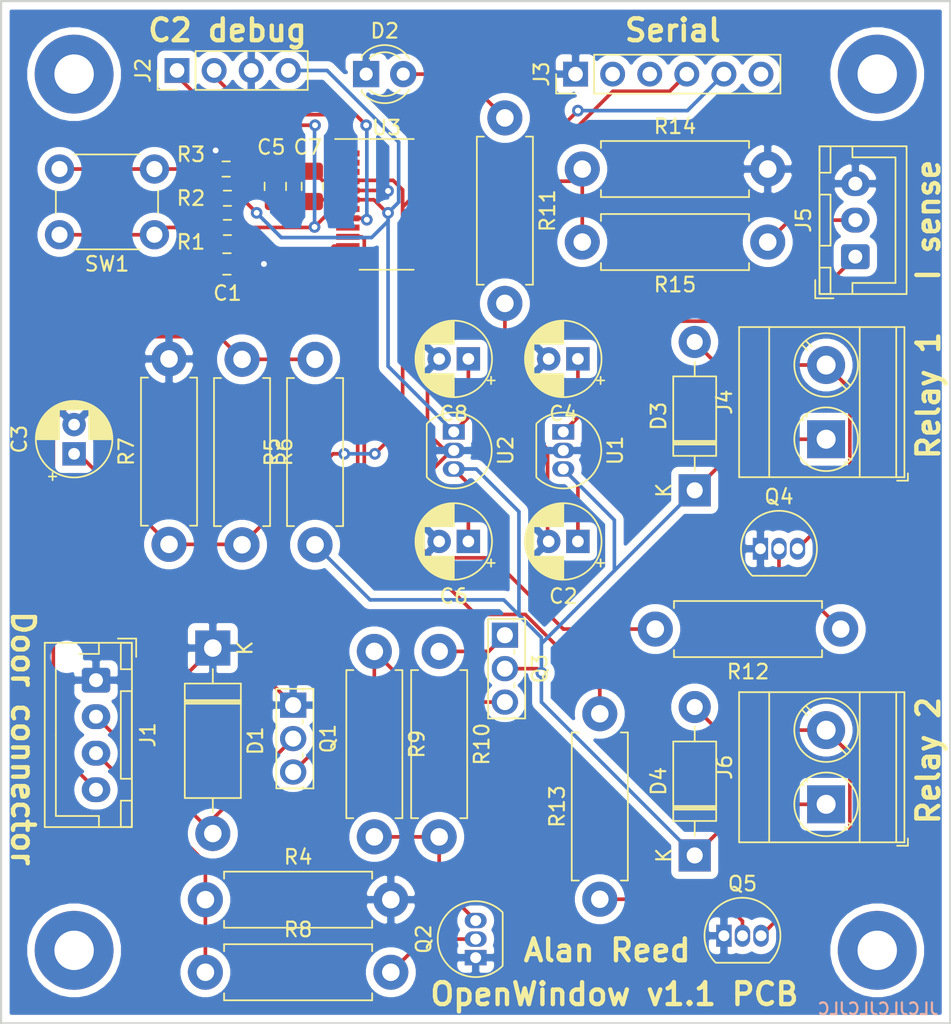
<source format=kicad_pcb>
(kicad_pcb (version 20171130) (host pcbnew 5.1.9)
  (layers (0 F.Cu signal) (31 B.Cu signal) (34 B.Paste user) (35 F.Paste user) (36 B.SilkS user) (37 F.SilkS user) (38 B.Mask user) (39 F.Mask user) (44 Edge.Cuts user))
  (net 0 "")
  (net 1 "Net-(C1-Pad1)")
  (net 2 GND)
  (net 3 +12V_switched)
  (net 4 CMP0_in)
  (net 5 +5V)
  (net 6 +3V3)
  (net 7 +12V)
  (net 8 "Net-(D2-Pad2)")
  (net 9 "Net-(D3-Pad2)")
  (net 10 "Net-(D4-Pad2)")
  (net 11 Ignition_in)
  (net 12 WindowSwitch_in)
  (net 13 C2CK)
  (net 14 C2D)
  (net 15 "Net-(J3-Pad2)")
  (net 16 "Net-(J3-Pad3)")
  (net 17 UART1_RX)
  (net 18 UART1_TX)
  (net 19 "Net-(J3-Pad6)")
  (net 20 "Net-(J5-Pad2)")
  (net 21 "Net-(Q1-Pad3)")
  (net 22 "Net-(Q2-Pad3)")
  (net 23 "Net-(Q2-Pad2)")
  (net 24 "Net-(Q3-Pad1)")
  (net 25 "Net-(Q4-Pad2)")
  (net 26 "Net-(Q5-Pad2)")
  (net 27 "Net-(R3-Pad2)")
  (net 28 Motor_GPIO_2)
  (net 29 Motor_GPIO_1)
  (net 30 ADC_in)
  (net 31 "Net-(U3-Pad17)")
  (net 32 "Net-(U3-Pad18)")
  (net 33 "Net-(U3-Pad20)")
  (net 34 "Net-(U3-Pad1)")
  (net 35 "Net-(U3-Pad2)")
  (net 36 "Net-(U3-Pad3)")
  (net 37 "Net-(U3-Pad9)")
  (net 38 "Net-(U3-Pad12)")
  (net 39 "Net-(U3-Pad13)")
  (net 40 "Net-(U3-Pad14)")
  (net 41 "Net-(U3-Pad15)")
  (net 42 "Net-(U3-Pad16)")
  (net 43 "Net-(U3-Pad22)")
  (module Connector_PinHeader_2.54mm:PinHeader_1x04_P2.54mm_Vertical (layer F.Cu) (at 62.05 34.75 90)
    (fp_text reference J2 (at 0 -2.33 90) (layer F.SilkS))
    (fp_text value "C2 debug")
    (pad 1 thru_hole rect (at 0 0 90) (size 1.7 1.7) (drill 1) (layers *.Cu *.Mask) (net 13 C2CK))
    (pad 2 thru_hole oval (at 0 2.54 90) (size 1.7 1.7) (drill 1) (layers *.Cu *.Mask) (net 14 C2D))
    (pad 3 thru_hole oval (at 0 5.08 90) (size 1.7 1.7) (drill 1) (layers *.Cu *.Mask) (net 2 GND))
    (pad 4 thru_hole oval (at 0 7.62 90) (size 1.7 1.7) (drill 1) (layers *.Cu *.Mask) (net 6 +3V3))
  )
  (module MountingHole:MountingHole_2.7mm_M2.5_Pad (layer F.Cu) (at 110 95)
    (fp_text reference REF** hide)
    (fp_text value MountingHole_2.7mm_M2.5_Pad)
    (pad 1 thru_hole circle (at 0 0) (size 5.4 5.4) (drill 2.7) (layers *.Cu *.Mask))
  )
  (module MountingHole:MountingHole_2.7mm_M2.5_Pad (layer F.Cu) (at 55 95)
    (fp_text reference REF** hide)
    (fp_text value MountingHole_2.7mm_M2.5_Pad)
    (pad 1 thru_hole circle (at 0 0) (size 5.4 5.4) (drill 2.7) (layers *.Cu *.Mask))
  )
  (module MountingHole:MountingHole_2.7mm_M2.5_Pad (layer F.Cu) (at 55 35)
    (fp_text reference REF** hide)
    (fp_text value MountingHole_2.7mm_M2.5_Pad)
    (pad 1 thru_hole circle (at 0 0) (size 5.4 5.4) (drill 2.7) (layers *.Cu *.Mask))
  )
  (module MountingHole:MountingHole_2.7mm_M2.5_Pad (layer F.Cu) (at 110 35)
    (fp_text reference REF** hide)
    (fp_text value MountingHole_2.7mm_M2.5_Pad)
    (pad 1 thru_hole circle (at 0 0) (size 5.4 5.4) (drill 2.7) (layers *.Cu *.Mask))
  )
  (module TerminalBlock_Phoenix:TerminalBlock_Phoenix_MKDS-3-2-5.08_1x02_P5.08mm_Horizontal (layer F.Cu) (at 106.5 60 90)
    (fp_text reference J4 (at 2.54 -6.96 90) (layer F.SilkS))
    (fp_text value "Relay Connector 2")
    (pad 1 thru_hole rect (at 0 0 90) (size 2.6 2.6) (drill 1.3) (layers *.Cu *.Mask) (net 3 +12V_switched))
    (pad 2 thru_hole circle (at 5.08 0 90) (size 2.6 2.6) (drill 1.3) (layers *.Cu *.Mask) (net 9 "Net-(D3-Pad2)"))
  )
  (module Capacitor_SMD:C_0805_2012Metric_Pad1.18x1.45mm_HandSolder (layer F.Cu) (at 71.32 42.6875 90)
    (fp_text reference C7 (at 2.6875 -0.32 180) (layer F.SilkS))
    (fp_text value 4.7u)
    (pad 1 smd roundrect (at -1.0375 0 90) (size 1.175 1.45) (layers F.Cu F.Paste F.Mask) (roundrect_rratio 0.2127659574468085) (net 6 +3V3))
    (pad 2 smd roundrect (at 1.0375 0 90) (size 1.175 1.45) (layers F.Cu F.Paste F.Mask) (roundrect_rratio 0.2127659574468085) (net 2 GND))
  )
  (module Package_SO:QSOP-24_3.9x8.7mm_P0.635mm (layer F.Cu) (at 76.4 43.92)
    (fp_text reference U3 (at 0 -5.25) (layer F.SilkS))
    (fp_text value EFM8BB21F16I-C-QSOP24)
    (pad 17 smd rect (at 2.6543 0.9525) (size 1.6 0.41) (layers F.Cu F.Paste F.Mask) (net 31 "Net-(U3-Pad17)"))
    (pad 18 smd rect (at 2.6543 0.3175) (size 1.6 0.41) (layers F.Cu F.Paste F.Mask) (net 32 "Net-(U3-Pad18)"))
    (pad 8 smd rect (at -2.6543 0.9525) (size 1.6 0.41) (layers F.Cu F.Paste F.Mask) (net 14 C2D))
    (pad 7 smd rect (at -2.6543 0.3175) (size 1.6 0.41) (layers F.Cu F.Paste F.Mask) (net 13 C2CK))
    (pad 20 smd rect (at 2.6543 -0.9525) (size 1.6 0.41) (layers F.Cu F.Paste F.Mask) (net 33 "Net-(U3-Pad20)"))
    (pad 19 smd rect (at 2.6543 -0.3175) (size 1.6 0.41) (layers F.Cu F.Paste F.Mask) (net 4 CMP0_in))
    (pad 6 smd rect (at -2.6543 -0.3175) (size 1.6 0.41) (layers F.Cu F.Paste F.Mask) (net 6 +3V3))
    (pad 5 smd rect (at -2.6543 -0.9525) (size 1.6 0.41) (layers F.Cu F.Paste F.Mask) (net 2 GND))
    (pad 1 smd rect (at -2.6543 -3.4925) (size 1.6 0.41) (layers F.Cu F.Paste F.Mask) (net 34 "Net-(U3-Pad1)"))
    (pad 2 smd rect (at -2.6543 -2.8575) (size 1.6 0.41) (layers F.Cu F.Paste F.Mask) (net 35 "Net-(U3-Pad2)"))
    (pad 3 smd rect (at -2.6543 -2.2225) (size 1.6 0.41) (layers F.Cu F.Paste F.Mask) (net 36 "Net-(U3-Pad3)"))
    (pad 4 smd rect (at -2.6543 -1.5875) (size 1.6 0.41) (layers F.Cu F.Paste F.Mask) (net 4 CMP0_in))
    (pad 9 smd rect (at -2.6543 1.5875) (size 1.6 0.41) (layers F.Cu F.Paste F.Mask) (net 37 "Net-(U3-Pad9)"))
    (pad 10 smd rect (at -2.6543 2.2225) (size 1.6 0.41) (layers F.Cu F.Paste F.Mask) (net 29 Motor_GPIO_1))
    (pad 11 smd rect (at -2.6543 2.8575) (size 1.6 0.41) (layers F.Cu F.Paste F.Mask) (net 28 Motor_GPIO_2))
    (pad 12 smd rect (at -2.6543 3.4925) (size 1.6 0.41) (layers F.Cu F.Paste F.Mask) (net 38 "Net-(U3-Pad12)"))
    (pad 13 smd rect (at 2.6543 3.4925) (size 1.6 0.41) (layers F.Cu F.Paste F.Mask) (net 39 "Net-(U3-Pad13)"))
    (pad 14 smd rect (at 2.6543 2.8575) (size 1.6 0.41) (layers F.Cu F.Paste F.Mask) (net 40 "Net-(U3-Pad14)"))
    (pad 15 smd rect (at 2.6543 2.2225) (size 1.6 0.41) (layers F.Cu F.Paste F.Mask) (net 41 "Net-(U3-Pad15)"))
    (pad 16 smd rect (at 2.6543 1.5875) (size 1.6 0.41) (layers F.Cu F.Paste F.Mask) (net 42 "Net-(U3-Pad16)"))
    (pad 21 smd rect (at 2.6543 -1.5875) (size 1.6 0.41) (layers F.Cu F.Paste F.Mask) (net 30 ADC_in))
    (pad 22 smd rect (at 2.6543 -2.2225) (size 1.6 0.41) (layers F.Cu F.Paste F.Mask) (net 43 "Net-(U3-Pad22)"))
    (pad 23 smd rect (at 2.6543 -2.8575) (size 1.6 0.41) (layers F.Cu F.Paste F.Mask) (net 17 UART1_RX))
    (pad 24 smd rect (at 2.6543 -3.4925) (size 1.6 0.41) (layers F.Cu F.Paste F.Mask) (net 18 UART1_TX))
  )
  (module Package_TO_SOT_THT:TO-92_Inline (layer F.Cu) (at 88.5 59.5 270)
    (fp_text reference U1 (at 1.27 -3.56 90) (layer F.SilkS))
    (fp_text value LP2950-5.0_TO92)
    (pad 2 thru_hole oval (at 1.27 0 270) (size 1.05 1.5) (drill 0.75) (layers *.Cu *.Mask) (net 2 GND))
    (pad 3 thru_hole oval (at 2.54 0 270) (size 1.05 1.5) (drill 0.75) (layers *.Cu *.Mask) (net 3 +12V_switched))
    (pad 1 thru_hole rect (at 0 0 270) (size 1.05 1.5) (drill 0.75) (layers *.Cu *.Mask) (net 5 +5V))
  )
  (module Capacitor_SMD:C_0805_2012Metric_Pad1.18x1.45mm_HandSolder (layer F.Cu) (at 65.4625 48)
    (fp_text reference C1 (at 0.0375 2) (layer F.SilkS))
    (fp_text value 100n)
    (pad 1 smd roundrect (at -1.0375 0) (size 1.175 1.45) (layers F.Cu F.Paste F.Mask) (roundrect_rratio 0.2127659574468085) (net 1 "Net-(C1-Pad1)"))
    (pad 2 smd roundrect (at 1.0375 0) (size 1.175 1.45) (layers F.Cu F.Paste F.Mask) (roundrect_rratio 0.2127659574468085) (net 2 GND))
  )
  (module Capacitor_THT:CP_Radial_D5.0mm_P2.00mm (layer F.Cu) (at 89.5 67 180)
    (fp_text reference C2 (at 1 -3.75) (layer F.SilkS))
    (fp_text value 1uF)
    (pad 1 thru_hole rect (at 0 0 180) (size 1.6 1.6) (drill 0.8) (layers *.Cu *.Mask) (net 3 +12V_switched))
    (pad 2 thru_hole circle (at 2 0 180) (size 1.6 1.6) (drill 0.8) (layers *.Cu *.Mask) (net 2 GND))
  )
  (module Capacitor_THT:CP_Radial_D5.0mm_P2.00mm (layer F.Cu) (at 55 61 90)
    (fp_text reference C3 (at 1 -3.75 90) (layer F.SilkS))
    (fp_text value 1uF)
    (pad 1 thru_hole rect (at 0 0 90) (size 1.6 1.6) (drill 0.8) (layers *.Cu *.Mask) (net 4 CMP0_in))
    (pad 2 thru_hole circle (at 2 0 90) (size 1.6 1.6) (drill 0.8) (layers *.Cu *.Mask) (net 2 GND))
  )
  (module Capacitor_THT:CP_Radial_D5.0mm_P2.00mm (layer F.Cu) (at 89.5 54.5 180)
    (fp_text reference C4 (at 1 -3.75) (layer F.SilkS))
    (fp_text value 2.2uF)
    (pad 2 thru_hole circle (at 2 0 180) (size 1.6 1.6) (drill 0.8) (layers *.Cu *.Mask) (net 2 GND))
    (pad 1 thru_hole rect (at 0 0 180) (size 1.6 1.6) (drill 0.8) (layers *.Cu *.Mask) (net 5 +5V))
  )
  (module Capacitor_SMD:C_0805_2012Metric_Pad1.18x1.45mm_HandSolder (layer F.Cu) (at 68.78 42.6875 90)
    (fp_text reference C5 (at 2.6875 -0.28 180) (layer F.SilkS))
    (fp_text value 100n)
    (pad 2 smd roundrect (at 1.0375 0 90) (size 1.175 1.45) (layers F.Cu F.Paste F.Mask) (roundrect_rratio 0.2127659574468085) (net 2 GND))
    (pad 1 smd roundrect (at -1.0375 0 90) (size 1.175 1.45) (layers F.Cu F.Paste F.Mask) (roundrect_rratio 0.2127659574468085) (net 6 +3V3))
  )
  (module Capacitor_THT:CP_Radial_D5.0mm_P2.00mm (layer F.Cu) (at 82 67 180)
    (fp_text reference C6 (at 1 -3.75) (layer F.SilkS))
    (fp_text value 1uF)
    (pad 1 thru_hole rect (at 0 0 180) (size 1.6 1.6) (drill 0.8) (layers *.Cu *.Mask) (net 3 +12V_switched))
    (pad 2 thru_hole circle (at 2 0 180) (size 1.6 1.6) (drill 0.8) (layers *.Cu *.Mask) (net 2 GND))
  )
  (module Capacitor_THT:CP_Radial_D5.0mm_P2.00mm (layer F.Cu) (at 82 54.5 180)
    (fp_text reference C8 (at 1 -3.75) (layer F.SilkS))
    (fp_text value 2.2uF)
    (pad 2 thru_hole circle (at 2 0 180) (size 1.6 1.6) (drill 0.8) (layers *.Cu *.Mask) (net 2 GND))
    (pad 1 thru_hole rect (at 0 0 180) (size 1.6 1.6) (drill 0.8) (layers *.Cu *.Mask) (net 6 +3V3))
  )
  (module Diode_THT:D_DO-15_P12.70mm_Horizontal (layer F.Cu) (at 64.5 74.3 270)
    (fp_text reference D1 (at 6.35 -2.92 90) (layer F.SilkS))
    (fp_text value PGKE18CA-E3_54)
    (fp_text user K (at 0 -2.2 90) (layer F.SilkS))
    (pad 1 thru_hole rect (at 0 0 270) (size 2.4 2.4) (drill 1.2) (layers *.Cu *.Mask) (net 2 GND))
    (pad 2 thru_hole oval (at 12.7 0 270) (size 2.4 2.4) (drill 1.2) (layers *.Cu *.Mask) (net 7 +12V))
  )
  (module LED_THT:LED_D3.0mm (layer F.Cu) (at 75 35)
    (fp_text reference D2 (at 1.27 -2.96) (layer F.SilkS))
    (fp_text value LED)
    (pad 1 thru_hole rect (at 0 0) (size 1.8 1.8) (drill 0.9) (layers *.Cu *.Mask) (net 2 GND))
    (pad 2 thru_hole circle (at 2.54 0) (size 1.8 1.8) (drill 0.9) (layers *.Cu *.Mask) (net 8 "Net-(D2-Pad2)"))
  )
  (module Diode_THT:D_DO-41_SOD81_P10.16mm_Horizontal (layer F.Cu) (at 97.5 63.5 90)
    (fp_text reference D3 (at 5.08 -2.47 90) (layer F.SilkS))
    (fp_text value 1N4007)
    (fp_text user K (at 0 -2.1 90) (layer F.SilkS))
    (pad 2 thru_hole oval (at 10.16 0 90) (size 2.2 2.2) (drill 1.1) (layers *.Cu *.Mask) (net 9 "Net-(D3-Pad2)"))
    (pad 1 thru_hole rect (at 0 0 90) (size 2.2 2.2) (drill 1.1) (layers *.Cu *.Mask) (net 3 +12V_switched))
  )
  (module Diode_THT:D_DO-41_SOD81_P10.16mm_Horizontal (layer F.Cu) (at 97.5 88.5 90)
    (fp_text reference D4 (at 5.08 -2.47 90) (layer F.SilkS))
    (fp_text value 1N4007)
    (fp_text user K (at 0 -2.1 90) (layer F.SilkS))
    (pad 1 thru_hole rect (at 0 0 90) (size 2.2 2.2) (drill 1.1) (layers *.Cu *.Mask) (net 3 +12V_switched))
    (pad 2 thru_hole oval (at 10.16 0 90) (size 2.2 2.2) (drill 1.1) (layers *.Cu *.Mask) (net 10 "Net-(D4-Pad2)"))
  )
  (module Connector_JST:JST_XH_B4B-XH-AM_1x04_P2.50mm_Vertical (layer F.Cu) (at 56.5 76.5 270)
    (fp_text reference J1 (at 3.75 -3.55 90) (layer F.SilkS))
    (fp_text value "Door connector")
    (pad 1 thru_hole roundrect (at 0 0 270) (size 1.7 1.95) (drill 0.95) (layers *.Cu *.Mask) (roundrect_rratio 0.1470588235294118) (net 2 GND))
    (pad 2 thru_hole oval (at 2.5 0 270) (size 1.7 1.95) (drill 0.95) (layers *.Cu *.Mask) (net 7 +12V))
    (pad 3 thru_hole oval (at 5 0 270) (size 1.7 1.95) (drill 0.95) (layers *.Cu *.Mask) (net 11 Ignition_in))
    (pad 4 thru_hole oval (at 7.5 0 270) (size 1.7 1.95) (drill 0.95) (layers *.Cu *.Mask) (net 12 WindowSwitch_in))
    (pad "" np_thru_hole circle (at -1.6 2 270) (size 1.2 1.2) (drill 1.2) (layers *.Cu *.Mask))
  )
  (module Connector_PinHeader_2.54mm:PinHeader_1x06_P2.54mm_Vertical (layer F.Cu) (at 89.34 35 90)
    (fp_text reference J3 (at 0 -2.33 90) (layer F.SilkS))
    (fp_text value "FTDI connector")
    (pad 1 thru_hole rect (at 0 0 90) (size 1.7 1.7) (drill 1) (layers *.Cu *.Mask) (net 2 GND))
    (pad 2 thru_hole oval (at 0 2.54 90) (size 1.7 1.7) (drill 1) (layers *.Cu *.Mask) (net 15 "Net-(J3-Pad2)"))
    (pad 3 thru_hole oval (at 0 5.08 90) (size 1.7 1.7) (drill 1) (layers *.Cu *.Mask) (net 16 "Net-(J3-Pad3)"))
    (pad 4 thru_hole oval (at 0 7.62 90) (size 1.7 1.7) (drill 1) (layers *.Cu *.Mask) (net 17 UART1_RX))
    (pad 5 thru_hole oval (at 0 10.16 90) (size 1.7 1.7) (drill 1) (layers *.Cu *.Mask) (net 18 UART1_TX))
    (pad 6 thru_hole oval (at 0 12.7 90) (size 1.7 1.7) (drill 1) (layers *.Cu *.Mask) (net 19 "Net-(J3-Pad6)"))
  )
  (module Connector_JST:JST_XH_B3B-XH-A_1x03_P2.50mm_Vertical (layer F.Cu) (at 108.5 47.5 90)
    (fp_text reference J5 (at 2.5 -3.55 90) (layer F.SilkS))
    (fp_text value "ACS712 PCB Connector")
    (pad 1 thru_hole roundrect (at 0 0 90) (size 1.7 1.95) (drill 0.95) (layers *.Cu *.Mask) (roundrect_rratio 0.1470588235294118) (net 5 +5V))
    (pad 2 thru_hole oval (at 2.5 0 90) (size 1.7 1.95) (drill 0.95) (layers *.Cu *.Mask) (net 20 "Net-(J5-Pad2)"))
    (pad 3 thru_hole oval (at 5 0 90) (size 1.7 1.95) (drill 0.95) (layers *.Cu *.Mask) (net 2 GND))
  )
  (module TerminalBlock_Phoenix:TerminalBlock_Phoenix_MKDS-3-2-5.08_1x02_P5.08mm_Horizontal (layer F.Cu) (at 106.5 85 90)
    (fp_text reference J6 (at 2.54 -6.96 90) (layer F.SilkS))
    (fp_text value "Relay Connector 1")
    (pad 2 thru_hole circle (at 5.08 0 90) (size 2.6 2.6) (drill 1.3) (layers *.Cu *.Mask) (net 10 "Net-(D4-Pad2)"))
    (pad 1 thru_hole rect (at 0 0 90) (size 2.6 2.6) (drill 1.3) (layers *.Cu *.Mask) (net 3 +12V_switched))
  )
  (module Package_TO_SOT_THT:TO-251-3_Vertical (layer F.Cu) (at 70 78.21 270)
    (fp_text reference Q1 (at 2.29 -2.39 90) (layer F.SilkS))
    (fp_text value FQU17P06TU)
    (pad 1 thru_hole rect (at 0 0 270) (size 1.7175 1.8) (drill 1.1) (layers *.Cu *.Mask) (net 2 GND))
    (pad 2 thru_hole oval (at 2.29 0 270) (size 1.7175 1.8) (drill 1.1) (layers *.Cu *.Mask) (net 7 +12V))
    (pad 3 thru_hole oval (at 4.58 0 270) (size 1.7175 1.8) (drill 1.1) (layers *.Cu *.Mask) (net 21 "Net-(Q1-Pad3)"))
  )
  (module Package_TO_SOT_THT:TO-92_Inline (layer F.Cu) (at 82.5 95.5 90)
    (fp_text reference Q2 (at 1.27 -3.56 90) (layer F.SilkS))
    (fp_text value 2N7000)
    (pad 1 thru_hole rect (at 0 0 90) (size 1.05 1.5) (drill 0.75) (layers *.Cu *.Mask) (net 2 GND))
    (pad 3 thru_hole oval (at 2.54 0 90) (size 1.05 1.5) (drill 0.75) (layers *.Cu *.Mask) (net 22 "Net-(Q2-Pad3)"))
    (pad 2 thru_hole oval (at 1.27 0 90) (size 1.05 1.5) (drill 0.75) (layers *.Cu *.Mask) (net 23 "Net-(Q2-Pad2)"))
  )
  (module Package_TO_SOT_THT:TO-251-3_Vertical (layer F.Cu) (at 84.5 73.42 270)
    (fp_text reference Q3 (at 2.29 -2.39 90) (layer F.SilkS))
    (fp_text value FQU17P06TU)
    (pad 3 thru_hole oval (at 4.58 0 270) (size 1.7175 1.8) (drill 1.1) (layers *.Cu *.Mask) (net 21 "Net-(Q1-Pad3)"))
    (pad 2 thru_hole oval (at 2.29 0 270) (size 1.7175 1.8) (drill 1.1) (layers *.Cu *.Mask) (net 3 +12V_switched))
    (pad 1 thru_hole rect (at 0 0 270) (size 1.7175 1.8) (drill 1.1) (layers *.Cu *.Mask) (net 24 "Net-(Q3-Pad1)"))
  )
  (module Package_TO_SOT_THT:TO-92_Inline (layer F.Cu) (at 102 67.5)
    (fp_text reference Q4 (at 1.27 -3.56) (layer F.SilkS))
    (fp_text value PN2222A)
    (pad 2 thru_hole oval (at 1.27 0) (size 1.05 1.5) (drill 0.75) (layers *.Cu *.Mask) (net 25 "Net-(Q4-Pad2)"))
    (pad 3 thru_hole oval (at 2.54 0) (size 1.05 1.5) (drill 0.75) (layers *.Cu *.Mask) (net 9 "Net-(D3-Pad2)"))
    (pad 1 thru_hole rect (at 0 0) (size 1.05 1.5) (drill 0.75) (layers *.Cu *.Mask) (net 2 GND))
  )
  (module Package_TO_SOT_THT:TO-92_Inline (layer F.Cu) (at 99.5 94)
    (fp_text reference Q5 (at 1.27 -3.56) (layer F.SilkS))
    (fp_text value PN2222A)
    (pad 2 thru_hole oval (at 1.27 0) (size 1.05 1.5) (drill 0.75) (layers *.Cu *.Mask) (net 26 "Net-(Q5-Pad2)"))
    (pad 3 thru_hole oval (at 2.54 0) (size 1.05 1.5) (drill 0.75) (layers *.Cu *.Mask) (net 10 "Net-(D4-Pad2)"))
    (pad 1 thru_hole rect (at 0 0) (size 1.05 1.5) (drill 0.75) (layers *.Cu *.Mask) (net 2 GND))
  )
  (module Resistor_THT:R_Axial_DIN0411_L9.9mm_D3.6mm_P12.70mm_Horizontal (layer F.Cu) (at 63.99 91.53)
    (fp_text reference R4 (at 6.35 -2.92) (layer F.SilkS))
    (fp_text value 1M)
    (pad 1 thru_hole circle (at 0 0) (size 2.4 2.4) (drill 1.2) (layers *.Cu *.Mask) (net 11 Ignition_in))
    (pad 2 thru_hole oval (at 12.7 0) (size 2.4 2.4) (drill 1.2) (layers *.Cu *.Mask) (net 2 GND))
  )
  (module Resistor_THT:R_Axial_DIN0411_L9.9mm_D3.6mm_P12.70mm_Horizontal (layer F.Cu) (at 71.5 67.23 90)
    (fp_text reference R5 (at 6.35 -2.92 90) (layer F.SilkS))
    (fp_text value 8K2)
    (pad 1 thru_hole circle (at 0 0 90) (size 2.4 2.4) (drill 1.2) (layers *.Cu *.Mask) (net 3 +12V_switched))
    (pad 2 thru_hole oval (at 12.7 0 90) (size 2.4 2.4) (drill 1.2) (layers *.Cu *.Mask) (net 12 WindowSwitch_in))
  )
  (module Resistor_THT:R_Axial_DIN0411_L9.9mm_D3.6mm_P12.70mm_Horizontal (layer F.Cu) (at 66.5 54.53 270)
    (fp_text reference R6 (at 6.35 -2.92 90) (layer F.SilkS))
    (fp_text value 6K2)
    (pad 1 thru_hole circle (at 0 0 270) (size 2.4 2.4) (drill 1.2) (layers *.Cu *.Mask) (net 12 WindowSwitch_in))
    (pad 2 thru_hole oval (at 12.7 0 270) (size 2.4 2.4) (drill 1.2) (layers *.Cu *.Mask) (net 4 CMP0_in))
  )
  (module Resistor_THT:R_Axial_DIN0411_L9.9mm_D3.6mm_P12.70mm_Horizontal (layer F.Cu) (at 61.5 67.2 90)
    (fp_text reference R7 (at 6.35 -2.92 90) (layer F.SilkS))
    (fp_text value 2K2)
    (pad 2 thru_hole oval (at 12.7 0 90) (size 2.4 2.4) (drill 1.2) (layers *.Cu *.Mask) (net 2 GND))
    (pad 1 thru_hole circle (at 0 0 90) (size 2.4 2.4) (drill 1.2) (layers *.Cu *.Mask) (net 4 CMP0_in))
  )
  (module Resistor_THT:R_Axial_DIN0411_L9.9mm_D3.6mm_P12.70mm_Horizontal (layer F.Cu) (at 63.99 96.5)
    (fp_text reference R8 (at 6.35 -2.92) (layer F.SilkS))
    (fp_text value 1K)
    (pad 2 thru_hole oval (at 12.7 0) (size 2.4 2.4) (drill 1.2) (layers *.Cu *.Mask) (net 23 "Net-(Q2-Pad2)"))
    (pad 1 thru_hole circle (at 0 0) (size 2.4 2.4) (drill 1.2) (layers *.Cu *.Mask) (net 11 Ignition_in))
  )
  (module Resistor_THT:R_Axial_DIN0411_L9.9mm_D3.6mm_P12.70mm_Horizontal (layer F.Cu) (at 75.56 74.53 270)
    (fp_text reference R9 (at 6.35 -2.92 90) (layer F.SilkS))
    (fp_text value 10K)
    (pad 2 thru_hole oval (at 12.7 0 270) (size 2.4 2.4) (drill 1.2) (layers *.Cu *.Mask) (net 22 "Net-(Q2-Pad3)"))
    (pad 1 thru_hole circle (at 0 0 270) (size 2.4 2.4) (drill 1.2) (layers *.Cu *.Mask) (net 21 "Net-(Q1-Pad3)"))
  )
  (module Resistor_THT:R_Axial_DIN0411_L9.9mm_D3.6mm_P12.70mm_Horizontal (layer F.Cu) (at 80 74.53 270)
    (fp_text reference R10 (at 6.35 -2.92 90) (layer F.SilkS))
    (fp_text value 5K6)
    (pad 1 thru_hole circle (at 0 0 270) (size 2.4 2.4) (drill 1.2) (layers *.Cu *.Mask) (net 24 "Net-(Q3-Pad1)"))
    (pad 2 thru_hole oval (at 12.7 0 270) (size 2.4 2.4) (drill 1.2) (layers *.Cu *.Mask) (net 22 "Net-(Q2-Pad3)"))
  )
  (module Resistor_THT:R_Axial_DIN0411_L9.9mm_D3.6mm_P12.70mm_Horizontal (layer F.Cu) (at 84.5 38 270)
    (fp_text reference R11 (at 6.35 -2.92 90) (layer F.SilkS))
    (fp_text value 1K6)
    (pad 1 thru_hole circle (at 0 0 270) (size 2.4 2.4) (drill 1.2) (layers *.Cu *.Mask) (net 8 "Net-(D2-Pad2)"))
    (pad 2 thru_hole oval (at 12.7 0 270) (size 2.4 2.4) (drill 1.2) (layers *.Cu *.Mask) (net 6 +3V3))
  )
  (module Resistor_THT:R_Axial_DIN0411_L9.9mm_D3.6mm_P12.70mm_Horizontal (layer F.Cu) (at 107.5 73 180)
    (fp_text reference R12 (at 6.35 -2.92) (layer F.SilkS))
    (fp_text value 1K)
    (pad 1 thru_hole circle (at 0 0 180) (size 2.4 2.4) (drill 1.2) (layers *.Cu *.Mask) (net 25 "Net-(Q4-Pad2)"))
    (pad 2 thru_hole oval (at 12.7 0 180) (size 2.4 2.4) (drill 1.2) (layers *.Cu *.Mask) (net 29 Motor_GPIO_1))
  )
  (module Resistor_THT:R_Axial_DIN0411_L9.9mm_D3.6mm_P12.70mm_Horizontal (layer F.Cu) (at 91 91.5 90)
    (fp_text reference R13 (at 6.35 -2.92 90) (layer F.SilkS))
    (fp_text value 1K)
    (pad 2 thru_hole oval (at 12.7 0 90) (size 2.4 2.4) (drill 1.2) (layers *.Cu *.Mask) (net 28 Motor_GPIO_2))
    (pad 1 thru_hole circle (at 0 0 90) (size 2.4 2.4) (drill 1.2) (layers *.Cu *.Mask) (net 26 "Net-(Q5-Pad2)"))
  )
  (module Resistor_THT:R_Axial_DIN0411_L9.9mm_D3.6mm_P12.70mm_Horizontal (layer F.Cu) (at 89.8 41.5)
    (fp_text reference R14 (at 6.35 -2.92) (layer F.SilkS))
    (fp_text value 10K)
    (pad 2 thru_hole oval (at 12.7 0) (size 2.4 2.4) (drill 1.2) (layers *.Cu *.Mask) (net 2 GND))
    (pad 1 thru_hole circle (at 0 0) (size 2.4 2.4) (drill 1.2) (layers *.Cu *.Mask) (net 30 ADC_in))
  )
  (module Resistor_THT:R_Axial_DIN0411_L9.9mm_D3.6mm_P12.70mm_Horizontal (layer F.Cu) (at 102.5 46.5 180)
    (fp_text reference R15 (at 6.35 -2.92) (layer F.SilkS))
    (fp_text value 5K1)
    (pad 1 thru_hole circle (at 0 0 180) (size 2.4 2.4) (drill 1.2) (layers *.Cu *.Mask) (net 20 "Net-(J5-Pad2)"))
    (pad 2 thru_hole oval (at 12.7 0 180) (size 2.4 2.4) (drill 1.2) (layers *.Cu *.Mask) (net 30 ADC_in))
  )
  (module Button_Switch_THT:SW_PUSH_6mm (layer F.Cu) (at 60.5 46 180)
    (fp_text reference SW1 (at 3.25 -2) (layer F.SilkS))
    (fp_text value SW_Push)
    (pad 2 thru_hole circle (at 0 4.5 270) (size 2 2) (drill 1.1) (layers *.Cu *.Mask) (net 27 "Net-(R3-Pad2)"))
    (pad 1 thru_hole circle (at 0 0 270) (size 2 2) (drill 1.1) (layers *.Cu *.Mask) (net 1 "Net-(C1-Pad1)"))
    (pad 2 thru_hole circle (at 6.5 4.5 270) (size 2 2) (drill 1.1) (layers *.Cu *.Mask) (net 27 "Net-(R3-Pad2)"))
    (pad 1 thru_hole circle (at 6.5 0 270) (size 2 2) (drill 1.1) (layers *.Cu *.Mask) (net 1 "Net-(C1-Pad1)"))
  )
  (module Package_TO_SOT_THT:TO-92_Inline (layer F.Cu) (at 81 59.5 270)
    (fp_text reference U2 (at 1.27 -3.56 90) (layer F.SilkS))
    (fp_text value LP2950-3.3_TO92)
    (pad 1 thru_hole rect (at 0 0 270) (size 1.05 1.5) (drill 0.75) (layers *.Cu *.Mask) (net 6 +3V3))
    (pad 3 thru_hole oval (at 2.54 0 270) (size 1.05 1.5) (drill 0.75) (layers *.Cu *.Mask) (net 3 +12V_switched))
    (pad 2 thru_hole oval (at 1.27 0 270) (size 1.05 1.5) (drill 0.75) (layers *.Cu *.Mask) (net 2 GND))
  )
  (module Resistor_SMD:R_0603_1608Metric_Pad0.98x0.95mm_HandSolder (layer F.Cu) (at 65.5 45.5)
    (fp_text reference R1 (at -2.5 1) (layer F.SilkS))
    (fp_text value 1K)
    (pad 1 smd roundrect (at -0.9125 0) (size 0.975 0.95) (layers F.Cu F.Paste F.Mask) (net 1 "Net-(C1-Pad1)"))
    (pad 2 smd roundrect (at 0.9125 0) (size 0.975 0.95) (layers F.Cu F.Paste F.Mask) (net 13 C2CK))
  )
  (module Resistor_SMD:R_0603_1608Metric_Pad0.98x0.95mm_HandSolder (layer F.Cu) (at 65.5 43.5)
    (fp_text reference R2 (at -2.5 0) (layer F.SilkS))
    (fp_text value 1K)
    (pad 2 smd roundrect (at 0.9125 0) (size 0.975 0.95) (layers F.Cu F.Paste F.Mask) (net 6 +3V3))
    (pad 1 smd roundrect (at -0.9125 0) (size 0.975 0.95) (layers F.Cu F.Paste F.Mask) (net 1 "Net-(C1-Pad1)"))
  )
  (module Resistor_SMD:R_0603_1608Metric_Pad0.98x0.95mm_HandSolder (layer F.Cu) (at 65.4125 41.5 180)
    (fp_text reference R3 (at 2.4125 1) (layer F.SilkS))
    (fp_text value 100R)
    (pad 1 smd roundrect (at -0.9125 0 180) (size 0.975 0.95) (layers F.Cu F.Paste F.Mask) (net 2 GND))
    (pad 2 smd roundrect (at 0.9125 0 180) (size 0.975 0.95) (layers F.Cu F.Paste F.Mask) (net 27 "Net-(R3-Pad2)"))
  )
  (gr_text JLCJLCJLCJLC (at 110.05 99) (layer B.SilkS) (effects (font (size 0.8 0.8)) (justify mirror)))
  (gr_text "Alan Reed" (at 91.5 95) (layer F.SilkS) (effects (font (size 1.5 1.5) (thickness 0.3))))
  (gr_text "OpenWindow v1.1 PCB" (at 92 98) (layer F.SilkS) (effects (font (size 1.5 1.5) (thickness 0.3))))
  (gr_text "Relay 2" (at 113.5 82 90) (layer F.SilkS) (effects (font (size 1.5 1.5) (thickness 0.3))))
  (gr_text "Relay 1" (at 113.5 57 90) (layer F.SilkS) (effects (font (size 1.5 1.5) (thickness 0.3))))
  (gr_text "I sense" (at 113.5 45 90) (layer F.SilkS) (effects (font (size 1.5 1.5) (thickness 0.3))))
  (gr_text Serial (at 96 32) (layer F.SilkS) (effects (font (size 1.5 1.5) (thickness 0.3))))
  (gr_text "C2 debug" (at 65.5 32) (layer F.SilkS) (effects (font (size 1.5 1.5) (thickness 0.3))))
  (gr_text "Door connector" (at 51.5 80.5 270) (layer F.SilkS) (effects (font (size 1.5 1.5) (thickness 0.3))))
  (gr_line (start 115 30) (end 115 100) (layer Edge.Cuts) (width 0.15))
  (gr_line (start 50 30) (end 115 30) (layer Edge.Cuts) (width 0.15))
  (gr_line (start 50 100) (end 115 100) (layer Edge.Cuts) (width 0.15))
  (gr_line (start 50 30) (end 50 100) (layer Edge.Cuts) (width 0.15))
  (segment (start 61 45.5) (end 60.5 46) (width 0.25) (layer F.Cu) (net 1))
  (segment (start 64.5875 45.5) (end 61 45.5) (width 0.25) (layer F.Cu) (net 1))
  (segment (start 54 46) (end 60.5 46) (width 0.25) (layer F.Cu) (net 1))
  (segment (start 64.5875 43.5) (end 64.5875 45.5) (width 0.25) (layer F.Cu) (net 1))
  (segment (start 64.5875 47.8375) (end 64.425 48) (width 0.25) (layer F.Cu) (net 1))
  (segment (start 64.5875 45.5) (end 64.5875 47.8375) (width 0.25) (layer F.Cu) (net 1))
  (segment (start 71.32 41.65) (end 68.78 41.65) (width 0.25) (layer F.Cu) (net 2))
  (segment (start 71.3782 41.65) (end 71.32 41.65) (width 0.25) (layer F.Cu) (net 2))
  (segment (start 72.6957 42.9675) (end 71.3782 41.65) (width 0.25) (layer F.Cu) (net 2))
  (segment (start 73.7457 42.9675) (end 72.6957 42.9675) (width 0.25) (layer F.Cu) (net 2))
  (segment (start 59.5 54.5) (end 55 59) (width 0.25) (layer F.Cu) (net 2))
  (segment (start 61.5 54.5) (end 59.5 54.5) (width 0.25) (layer F.Cu) (net 2))
  (segment (start 66.09 74.3) (end 70 78.21) (width 0.25) (layer F.Cu) (net 2))
  (segment (start 64.5 74.3) (end 66.09 74.3) (width 0.25) (layer F.Cu) (net 2))
  (segment (start 87.42499 66.92499) (end 87.5 67) (width 0.25) (layer F.Cu) (net 2))
  (segment (start 87.42499 60.84501) (end 87.42499 66.92499) (width 0.25) (layer F.Cu) (net 2))
  (segment (start 87.5 60.77) (end 87.42499 60.84501) (width 0.25) (layer F.Cu) (net 2))
  (segment (start 80.409998 60.77) (end 81 60.77) (width 0.25) (layer F.Cu) (net 2))
  (segment (start 79.200001 59.560003) (end 80.409998 60.77) (width 0.25) (layer F.Cu) (net 2))
  (segment (start 79.200001 55.299999) (end 79.200001 59.560003) (width 0.25) (layer F.Cu) (net 2))
  (segment (start 80 54.5) (end 79.200001 55.299999) (width 0.25) (layer F.Cu) (net 2))
  (segment (start 87.5 60.77) (end 88.5 60.77) (width 0.25) (layer F.Cu) (net 2))
  (segment (start 86.700001 59.970001) (end 87.5 60.77) (width 0.25) (layer F.Cu) (net 2))
  (segment (start 86.700001 55.299999) (end 86.700001 59.970001) (width 0.25) (layer F.Cu) (net 2))
  (segment (start 87.5 54.5) (end 86.700001 55.299999) (width 0.25) (layer F.Cu) (net 2))
  (segment (start 80.842905 60.77) (end 81 60.77) (width 0.25) (layer F.Cu) (net 2))
  (segment (start 79.200001 62.412904) (end 80.842905 60.77) (width 0.25) (layer F.Cu) (net 2))
  (segment (start 79.200001 66.200001) (end 79.200001 62.412904) (width 0.25) (layer F.Cu) (net 2))
  (segment (start 80 67) (end 79.200001 66.200001) (width 0.25) (layer F.Cu) (net 2))
  (via (at 68 48) (size 0.8) (drill 0.4) (layers F.Cu B.Cu) (net 2))
  (segment (start 66.5 48) (end 68 48) (width 0.25) (layer F.Cu) (net 2))
  (via (at 64.693203 40.226335) (size 0.8) (drill 0.4) (layers F.Cu B.Cu) (net 2))
  (segment (start 65.966868 41.5) (end 64.693203 40.226335) (width 0.25) (layer F.Cu) (net 2))
  (segment (start 66.325 41.5) (end 65.966868 41.5) (width 0.25) (layer F.Cu) (net 2))
  (segment (start 62.3 76.5) (end 64.5 74.3) (width 0.25) (layer F.Cu) (net 2))
  (segment (start 56.5 76.5) (end 62.3 76.5) (width 0.25) (layer F.Cu) (net 2))
  (via (at 76.5 43) (size 0.8) (drill 0.4) (layers F.Cu B.Cu) (net 2))
  (segment (start 76.4675 42.9675) (end 76.5 43) (width 0.25) (layer F.Cu) (net 2))
  (segment (start 73.7457 42.9675) (end 76.4675 42.9675) (width 0.25) (layer F.Cu) (net 2))
  (segment (start 89.5 63.04) (end 88.5 62.04) (width 0.25) (layer F.Cu) (net 3))
  (segment (start 89.5 67) (end 89.5 63.04) (width 0.25) (layer F.Cu) (net 3))
  (segment (start 82 63.04) (end 81 62.04) (width 0.25) (layer F.Cu) (net 3))
  (segment (start 82 67) (end 82 63.04) (width 0.25) (layer F.Cu) (net 3))
  (segment (start 101 85) (end 97.5 88.5) (width 0.25) (layer F.Cu) (net 3))
  (segment (start 106.5 85) (end 101 85) (width 0.25) (layer F.Cu) (net 3))
  (segment (start 86.71 75.71) (end 87 76) (width 0.25) (layer F.Cu) (net 3))
  (via (at 87 76) (size 0.8) (drill 0.4) (layers F.Cu B.Cu) (net 3))
  (segment (start 84.5 75.71) (end 86.71 75.71) (width 0.25) (layer F.Cu) (net 3))
  (segment (start 87 78) (end 97.5 88.5) (width 0.25) (layer B.Cu) (net 3))
  (segment (start 87 76) (end 87 78) (width 0.25) (layer B.Cu) (net 3))
  (segment (start 87 76) (end 87 74) (width 0.25) (layer B.Cu) (net 3))
  (segment (start 93.5 67.5) (end 97.5 63.5) (width 0.25) (layer B.Cu) (net 3))
  (segment (start 87 74) (end 87 73.576248) (width 0.25) (layer B.Cu) (net 3))
  (segment (start 75.27 71) (end 71.5 67.23) (width 0.25) (layer B.Cu) (net 3))
  (segment (start 84.423752 71) (end 75.27 71) (width 0.25) (layer B.Cu) (net 3))
  (segment (start 81 62.04) (end 82.54 62.04) (width 0.25) (layer B.Cu) (net 3))
  (segment (start 85.461876 64.961876) (end 85.461876 72.038124) (width 0.25) (layer B.Cu) (net 3))
  (segment (start 82.54 62.04) (end 85.461876 64.961876) (width 0.25) (layer B.Cu) (net 3))
  (segment (start 85.461876 72.038124) (end 84.423752 71) (width 0.25) (layer B.Cu) (net 3))
  (segment (start 87 73.576248) (end 85.461876 72.038124) (width 0.25) (layer B.Cu) (net 3))
  (segment (start 92 69) (end 92 65.54) (width 0.25) (layer B.Cu) (net 3))
  (segment (start 87 74) (end 92 69) (width 0.25) (layer B.Cu) (net 3))
  (segment (start 92 65.54) (end 88.5 62.04) (width 0.25) (layer B.Cu) (net 3))
  (segment (start 92 69) (end 93.5 67.5) (width 0.25) (layer B.Cu) (net 3))
  (segment (start 101 60) (end 97.5 63.5) (width 0.25) (layer F.Cu) (net 3))
  (segment (start 106.5 60) (end 101 60) (width 0.25) (layer F.Cu) (net 3))
  (segment (start 77.5 44.1068) (end 77.5 47.5) (width 0.25) (layer F.Cu) (net 4))
  (segment (start 78.0043 43.6025) (end 77.5 44.1068) (width 0.25) (layer F.Cu) (net 4))
  (segment (start 79.0543 43.6025) (end 78.0043 43.6025) (width 0.25) (layer F.Cu) (net 4))
  (segment (start 55.3 61) (end 61.5 67.2) (width 0.25) (layer F.Cu) (net 4))
  (segment (start 55 61) (end 55.3 61) (width 0.25) (layer F.Cu) (net 4))
  (segment (start 66.47 67.2) (end 66.5 67.23) (width 0.25) (layer F.Cu) (net 4))
  (segment (start 61.5 67.2) (end 66.47 67.2) (width 0.25) (layer F.Cu) (net 4))
  (via (at 75.595701 61) (size 0.8) (drill 0.4) (layers F.Cu B.Cu) (net 4))
  (segment (start 77.5 59.095701) (end 75.595701 61) (width 0.25) (layer F.Cu) (net 4))
  (segment (start 77.5 47.5) (end 77.5 59.095701) (width 0.25) (layer F.Cu) (net 4))
  (via (at 73.5 61) (size 0.8) (drill 0.4) (layers F.Cu B.Cu) (net 4))
  (segment (start 75.595701 61) (end 73.5 61) (width 0.25) (layer B.Cu) (net 4))
  (segment (start 72.73 61) (end 66.5 67.23) (width 0.25) (layer F.Cu) (net 4))
  (segment (start 73.5 61) (end 72.73 61) (width 0.25) (layer F.Cu) (net 4))
  (segment (start 73.803201 42.274999) (end 73.7457 42.3325) (width 0.25) (layer F.Cu) (net 4))
  (segment (start 76.848001 42.274999) (end 73.803201 42.274999) (width 0.25) (layer F.Cu) (net 4))
  (segment (start 77.5 42.926998) (end 76.848001 42.274999) (width 0.25) (layer F.Cu) (net 4))
  (segment (start 77.5 47.5) (end 77.5 42.926998) (width 0.25) (layer F.Cu) (net 4))
  (segment (start 89.5 58.5) (end 88.5 59.5) (width 0.25) (layer F.Cu) (net 5))
  (segment (start 89.5 54.5) (end 89.5 58.5) (width 0.25) (layer F.Cu) (net 5))
  (segment (start 96.085001 51.914999) (end 104.085001 51.914999) (width 0.25) (layer F.Cu) (net 5))
  (segment (start 104.085001 51.914999) (end 108.5 47.5) (width 0.25) (layer F.Cu) (net 5))
  (segment (start 88.5 59.5) (end 96.085001 51.914999) (width 0.25) (layer F.Cu) (net 5))
  (segment (start 68.78 43.725) (end 71.32 43.725) (width 0.25) (layer F.Cu) (net 6))
  (segment (start 71.4425 43.6025) (end 71.32 43.725) (width 0.25) (layer F.Cu) (net 6))
  (segment (start 73.7457 43.6025) (end 71.4425 43.6025) (width 0.25) (layer F.Cu) (net 6))
  (segment (start 82 58.5) (end 81 59.5) (width 0.25) (layer F.Cu) (net 6))
  (segment (start 82 54.5) (end 82 58.5) (width 0.25) (layer F.Cu) (net 6))
  (segment (start 76.427001 44.500003) (end 76.5 44.500003) (width 0.25) (layer F.Cu) (net 6))
  (via (at 76.5 44.500003) (size 0.8) (drill 0.4) (layers F.Cu B.Cu) (net 6))
  (segment (start 75.529498 43.6025) (end 76.427001 44.500003) (width 0.25) (layer F.Cu) (net 6))
  (segment (start 73.7457 43.6025) (end 75.529498 43.6025) (width 0.25) (layer F.Cu) (net 6))
  (segment (start 76.5 55) (end 81 59.5) (width 0.25) (layer B.Cu) (net 6))
  (segment (start 76.5 44.500003) (end 76.5 55) (width 0.25) (layer B.Cu) (net 6))
  (via (at 67.5 44.5) (size 0.8) (drill 0.4) (layers F.Cu B.Cu) (net 6))
  (segment (start 66.5 43.5) (end 67.5 44.5) (width 0.25) (layer F.Cu) (net 6))
  (segment (start 66.4125 43.5) (end 66.5 43.5) (width 0.25) (layer F.Cu) (net 6))
  (segment (start 75.374087 46.191601) (end 76.5 45.065688) (width 0.25) (layer B.Cu) (net 6))
  (segment (start 69.191601 46.191601) (end 75.374087 46.191601) (width 0.25) (layer B.Cu) (net 6))
  (segment (start 76.5 45.065688) (end 76.5 44.500003) (width 0.25) (layer B.Cu) (net 6))
  (segment (start 67.5 44.5) (end 69.191601 46.191601) (width 0.25) (layer B.Cu) (net 6))
  (segment (start 84.5 56) (end 84.5 50.7) (width 0.25) (layer F.Cu) (net 6))
  (segment (start 81 59.5) (end 84.5 56) (width 0.25) (layer F.Cu) (net 6))
  (segment (start 72.323002 34.75) (end 69.67 34.75) (width 0.25) (layer B.Cu) (net 6))
  (segment (start 77.225001 39.651999) (end 72.323002 34.75) (width 0.25) (layer B.Cu) (net 6))
  (segment (start 77.225001 43.775002) (end 77.225001 39.651999) (width 0.25) (layer B.Cu) (net 6))
  (segment (start 76.5 44.500003) (end 77.225001 43.775002) (width 0.25) (layer B.Cu) (net 6))
  (segment (start 64.5 86) (end 70 80.5) (width 0.25) (layer F.Cu) (net 7))
  (segment (start 64.5 87) (end 64.5 86) (width 0.25) (layer F.Cu) (net 7))
  (segment (start 56.5 79) (end 64.5 87) (width 0.25) (layer F.Cu) (net 7))
  (segment (start 81.5 35) (end 84.5 38) (width 0.25) (layer F.Cu) (net 8))
  (segment (start 77.54 35) (end 81.5 35) (width 0.25) (layer F.Cu) (net 8))
  (segment (start 99.08 54.92) (end 97.5 53.34) (width 0.25) (layer F.Cu) (net 9))
  (segment (start 106.5 54.92) (end 99.08 54.92) (width 0.25) (layer F.Cu) (net 9))
  (segment (start 108.125001 56.545001) (end 106.5 54.92) (width 0.25) (layer F.Cu) (net 9))
  (segment (start 108.125001 63.914999) (end 108.125001 56.545001) (width 0.25) (layer F.Cu) (net 9))
  (segment (start 104.54 67.5) (end 108.125001 63.914999) (width 0.25) (layer F.Cu) (net 9))
  (segment (start 99.08 79.92) (end 97.5 78.34) (width 0.25) (layer F.Cu) (net 10))
  (segment (start 106.5 79.92) (end 99.08 79.92) (width 0.25) (layer F.Cu) (net 10))
  (segment (start 108.125001 81.545001) (end 106.5 79.92) (width 0.25) (layer F.Cu) (net 10))
  (segment (start 108.125001 87.914999) (end 108.125001 81.545001) (width 0.25) (layer F.Cu) (net 10))
  (segment (start 102.04 94) (end 108.125001 87.914999) (width 0.25) (layer F.Cu) (net 10))
  (segment (start 63.99 91.53) (end 63.99 96.5) (width 0.25) (layer F.Cu) (net 11))
  (segment (start 63.99 88.99) (end 63.99 91.53) (width 0.25) (layer F.Cu) (net 11))
  (segment (start 56.5 81.5) (end 63.99 88.99) (width 0.25) (layer F.Cu) (net 11))
  (segment (start 71.5 54.53) (end 66.5 54.53) (width 0.25) (layer F.Cu) (net 12))
  (segment (start 53.574999 81.074999) (end 56.5 84) (width 0.25) (layer F.Cu) (net 12))
  (segment (start 53.574999 58.759999) (end 53.574999 81.074999) (width 0.25) (layer F.Cu) (net 12))
  (segment (start 59.359999 52.974999) (end 53.574999 58.759999) (width 0.25) (layer F.Cu) (net 12))
  (segment (start 64.944999 52.974999) (end 59.359999 52.974999) (width 0.25) (layer F.Cu) (net 12))
  (segment (start 66.5 54.53) (end 64.944999 52.974999) (width 0.25) (layer F.Cu) (net 12))
  (segment (start 71.4332 45.5) (end 66.4125 45.5) (width 0.25) (layer F.Cu) (net 13))
  (segment (start 73.7457 44.2375) (end 72.6957 44.2375) (width 0.25) (layer F.Cu) (net 13))
  (segment (start 71.4666 45.4666) (end 71.4332 45.5) (width 0.25) (layer F.Cu) (net 13))
  (segment (start 72.6957 44.2375) (end 71.4666 45.4666) (width 0.25) (layer F.Cu) (net 13))
  (via (at 71.4666 45.4666) (size 0.8) (drill 0.4) (layers F.Cu B.Cu) (net 13))
  (via (at 71.5 38.5) (size 0.8) (drill 0.4) (layers F.Cu B.Cu) (net 13))
  (segment (start 71.4666 38.5334) (end 71.5 38.5) (width 0.25) (layer B.Cu) (net 13))
  (segment (start 71.4666 45.4666) (end 71.4666 38.5334) (width 0.25) (layer B.Cu) (net 13))
  (segment (start 65.42 38.5) (end 71.5 38.5) (width 0.25) (layer F.Cu) (net 13))
  (segment (start 61.92 35) (end 65.42 38.5) (width 0.25) (layer F.Cu) (net 13))
  (segment (start 75.045118 44.969958) (end 75.045118 38.545118) (width 0.25) (layer B.Cu) (net 14))
  (via (at 75.045118 44.969958) (size 0.8) (drill 0.4) (layers F.Cu B.Cu) (net 14))
  (segment (start 73.7457 44.8725) (end 74.94766 44.8725) (width 0.25) (layer F.Cu) (net 14))
  (segment (start 74.94766 44.8725) (end 75.045118 44.969958) (width 0.25) (layer F.Cu) (net 14))
  (segment (start 75.045118 38.545118) (end 75 38.5) (width 0.25) (layer B.Cu) (net 14))
  (via (at 75 38.5) (size 0.8) (drill 0.4) (layers F.Cu B.Cu) (net 14))
  (segment (start 74.274999 37.774999) (end 75 38.5) (width 0.25) (layer F.Cu) (net 14))
  (segment (start 67.234999 37.774999) (end 74.274999 37.774999) (width 0.25) (layer F.Cu) (net 14))
  (segment (start 64.46 35) (end 67.234999 37.774999) (width 0.25) (layer F.Cu) (net 14))
  (segment (start 95.784999 36.175001) (end 96.96 35) (width 0.25) (layer F.Cu) (net 17))
  (segment (start 91.898001 36.175001) (end 95.784999 36.175001) (width 0.25) (layer F.Cu) (net 17))
  (segment (start 87.010502 41.0625) (end 91.898001 36.175001) (width 0.25) (layer F.Cu) (net 17))
  (segment (start 79.0543 41.0625) (end 87.010502 41.0625) (width 0.25) (layer F.Cu) (net 17))
  (via (at 89.5 37.5) (size 0.8) (drill 0.4) (layers F.Cu B.Cu) (net 18))
  (segment (start 86.5725 40.4275) (end 89.5 37.5) (width 0.25) (layer F.Cu) (net 18))
  (segment (start 79.0543 40.4275) (end 86.5725 40.4275) (width 0.25) (layer F.Cu) (net 18))
  (segment (start 97 37.5) (end 99.5 35) (width 0.25) (layer B.Cu) (net 18))
  (segment (start 89.5 37.5) (end 97 37.5) (width 0.25) (layer B.Cu) (net 18))
  (segment (start 104 45) (end 102.5 46.5) (width 0.25) (layer F.Cu) (net 20))
  (segment (start 108.5 45) (end 104 45) (width 0.25) (layer F.Cu) (net 20))
  (segment (start 75.56 77.23) (end 75.56 74.53) (width 0.25) (layer F.Cu) (net 21))
  (segment (start 70 82.79) (end 75.56 77.23) (width 0.25) (layer F.Cu) (net 21))
  (segment (start 79.03 78) (end 84.5 78) (width 0.25) (layer F.Cu) (net 21))
  (segment (start 75.56 74.53) (end 79.03 78) (width 0.25) (layer F.Cu) (net 21))
  (segment (start 75.56 87.23) (end 80 87.23) (width 0.25) (layer F.Cu) (net 22))
  (segment (start 80 90.46) (end 82.5 92.96) (width 0.25) (layer F.Cu) (net 22))
  (segment (start 80 87.23) (end 80 90.46) (width 0.25) (layer F.Cu) (net 22))
  (segment (start 78.96 94.23) (end 82.5 94.23) (width 0.25) (layer F.Cu) (net 23))
  (segment (start 76.69 96.5) (end 78.96 94.23) (width 0.25) (layer F.Cu) (net 23))
  (segment (start 83.39 74.53) (end 84.5 73.42) (width 0.25) (layer F.Cu) (net 24))
  (segment (start 80 74.53) (end 83.39 74.53) (width 0.25) (layer F.Cu) (net 24))
  (segment (start 103.27 68.77) (end 103.27 67.5) (width 0.25) (layer F.Cu) (net 25))
  (segment (start 107.5 73) (end 103.27 68.77) (width 0.25) (layer F.Cu) (net 25))
  (segment (start 99.27 91.5) (end 91 91.5) (width 0.25) (layer F.Cu) (net 26))
  (segment (start 100.77 93) (end 99.27 91.5) (width 0.25) (layer F.Cu) (net 26))
  (segment (start 100.77 94) (end 100.77 93) (width 0.25) (layer F.Cu) (net 26))
  (segment (start 60.5 41.5) (end 54 41.5) (width 0.25) (layer F.Cu) (net 27))
  (segment (start 64.5 41.5) (end 60.5 41.5) (width 0.25) (layer F.Cu) (net 27))
  (segment (start 82.5 72) (end 85.897056 72) (width 0.25) (layer F.Cu) (net 28))
  (segment (start 91 77.102944) (end 91 78.8) (width 0.25) (layer F.Cu) (net 28))
  (segment (start 85.897056 72) (end 91 77.102944) (width 0.25) (layer F.Cu) (net 28))
  (segment (start 74.420691 63.920691) (end 82.5 72) (width 0.25) (layer F.Cu) (net 28))
  (segment (start 74.420691 52.920691) (end 74.420691 63.920691) (width 0.25) (layer F.Cu) (net 28))
  (segment (start 72.620699 51.120699) (end 74.420691 52.920691) (width 0.25) (layer F.Cu) (net 28))
  (segment (start 72.620699 46.947499) (end 72.620699 51.120699) (width 0.25) (layer F.Cu) (net 28))
  (segment (start 72.790698 46.7775) (end 72.620699 46.947499) (width 0.25) (layer F.Cu) (net 28))
  (segment (start 73.7457 46.7775) (end 72.790698 46.7775) (width 0.25) (layer F.Cu) (net 28))
  (segment (start 74.700702 46.1425) (end 73.7457 46.1425) (width 0.25) (layer F.Cu) (net 29))
  (segment (start 74.870701 63.535703) (end 74.870701 46.312499) (width 0.25) (layer F.Cu) (net 29))
  (segment (start 79.459999 68.125001) (end 74.870701 63.535703) (width 0.25) (layer F.Cu) (net 29))
  (segment (start 83.625001 68.125001) (end 79.459999 68.125001) (width 0.25) (layer F.Cu) (net 29))
  (segment (start 74.870701 46.312499) (end 74.700702 46.1425) (width 0.25) (layer F.Cu) (net 29))
  (segment (start 88.5 73) (end 83.625001 68.125001) (width 0.25) (layer F.Cu) (net 29))
  (segment (start 94.8 73) (end 88.5 73) (width 0.25) (layer F.Cu) (net 29))
  (segment (start 89.8 41.5) (end 89.8 46.5) (width 0.25) (layer F.Cu) (net 30))
  (segment (start 88.9675 42.3325) (end 89.8 41.5) (width 0.25) (layer F.Cu) (net 30))
  (segment (start 79.0543 42.3325) (end 88.9675 42.3325) (width 0.25) (layer F.Cu) (net 30))
  (zone (net 2) (net_name GND) (layer B.Cu) (connect_pads (clearance 0.508)) (min_thickness 0.254) (fill yes (arc_segments 32) (thermal_gap 0.508) (thermal_bridge_width 0.508))
    (polygon (pts (xy 115 100) (xy 50 100) (xy 50 30) (xy 115 30)))
  )
)
</source>
